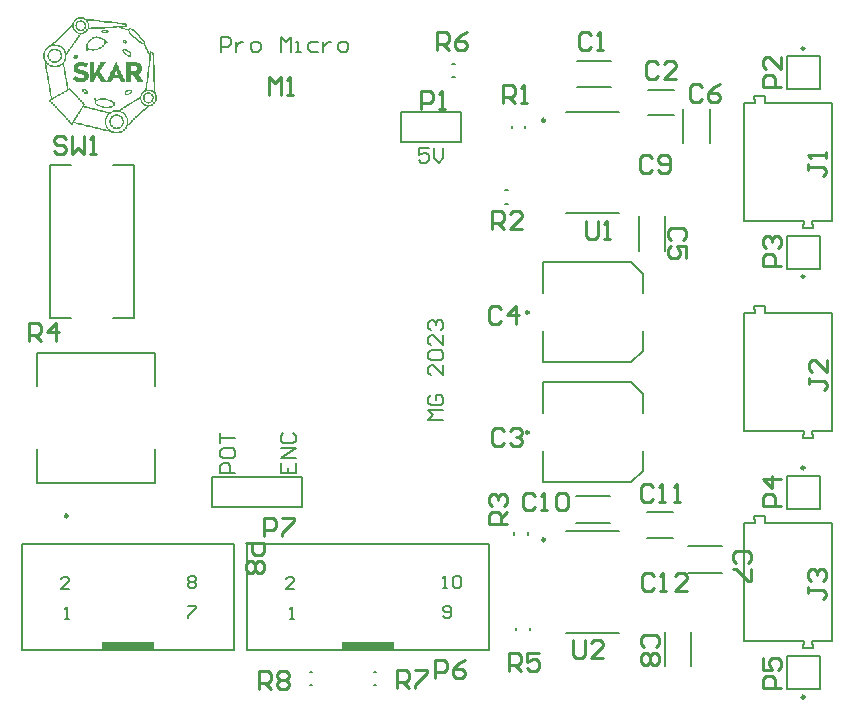
<source format=gbr>
%TF.GenerationSoftware,Altium Limited,Altium Designer,23.9.2 (47)*%
G04 Layer_Color=65535*
%FSLAX45Y45*%
%MOMM*%
%TF.SameCoordinates,FB2876E6-207A-4176-94B4-128B36F1A8A2*%
%TF.FilePolarity,Positive*%
%TF.FileFunction,Legend,Top*%
%TF.Part,Single*%
G01*
G75*
%TA.AperFunction,NonConductor*%
%ADD35C,0.25000*%
%ADD36C,0.20000*%
%ADD37C,0.15240*%
%ADD38C,0.25400*%
%ADD39R,4.49997X0.80000*%
%ADD40R,4.50002X0.80000*%
G36*
X11309113Y8334911D02*
X11320473D01*
Y8329231D01*
X11348876D01*
Y8323550D01*
X11400000D01*
Y8317870D01*
X11445444D01*
Y8312189D01*
X11496568D01*
Y8306509D01*
X11547692D01*
Y8300828D01*
X11598817D01*
Y8295148D01*
X11644260D01*
Y8289468D01*
X11666983D01*
Y8283787D01*
X11672663D01*
Y8266745D01*
X11678343D01*
Y8261065D01*
X11672663D01*
Y8255385D01*
X11644260D01*
Y8249704D01*
X11655622D01*
Y8244024D01*
X11695385D01*
Y8249704D01*
X11712426D01*
Y8244024D01*
X11723787D01*
Y8238343D01*
X11735148D01*
Y8232663D01*
X11740829D01*
Y8226982D01*
X11746509D01*
Y8221302D01*
X11752190D01*
Y8215621D01*
X11757870D01*
Y8209941D01*
X11763551D01*
Y8204260D01*
X11769231D01*
Y8198580D01*
X11774911D01*
Y8192899D01*
X11780592D01*
Y8187219D01*
X11786272D01*
Y8175858D01*
X11791953D01*
Y8170177D01*
X11797633D01*
Y8164497D01*
X11803314D01*
Y8158817D01*
X11808994D01*
Y8153136D01*
X11814675D01*
Y8147456D01*
X11820355D01*
Y8141775D01*
X11826036D01*
Y8130414D01*
X11831716D01*
Y8102012D01*
X11837397D01*
Y8084970D01*
X11843077D01*
Y8079290D01*
X11848758D01*
Y8067929D01*
X11854438D01*
Y8056568D01*
X11860119D01*
Y8045207D01*
X11865799D01*
Y8033846D01*
X11871479D01*
Y8050888D01*
X11882840D01*
Y8045207D01*
X11894202D01*
Y8039527D01*
X11899882D01*
Y8033846D01*
X11905562D01*
Y7931598D01*
X11911243D01*
Y7817988D01*
X11916923D01*
Y7704379D01*
X11922604D01*
Y7681657D01*
X11928284D01*
Y7630532D01*
X11922604D01*
Y7619171D01*
X11916923D01*
Y7613491D01*
X11911243D01*
Y7607811D01*
X11905562D01*
Y7602130D01*
X11899882D01*
Y7596450D01*
X11894202D01*
Y7590769D01*
X11882840D01*
Y7585089D01*
X11860119D01*
Y7579408D01*
X11854438D01*
Y7573728D01*
X11848758D01*
Y7568047D01*
X11843077D01*
Y7562367D01*
X11837397D01*
Y7556686D01*
X11831716D01*
Y7551006D01*
X11826036D01*
Y7545325D01*
X11814675D01*
Y7539645D01*
X11808994D01*
Y7533964D01*
X11803314D01*
Y7528284D01*
X11797633D01*
Y7522603D01*
X11791953D01*
Y7516923D01*
X11786272D01*
Y7511243D01*
X11780592D01*
Y7505562D01*
X11774911D01*
Y7499882D01*
X11769231D01*
Y7494201D01*
X11763551D01*
Y7488521D01*
X11752190D01*
Y7482840D01*
X11746509D01*
Y7477160D01*
X11740829D01*
Y7471479D01*
X11735148D01*
Y7465799D01*
X11729468D01*
Y7460118D01*
X11723787D01*
Y7454438D01*
X11718107D01*
Y7448757D01*
X11712426D01*
Y7443077D01*
X11706746D01*
Y7437396D01*
X11701065D01*
Y7431716D01*
X11695385D01*
Y7426035D01*
X11684024D01*
Y7420355D01*
X11678343D01*
Y7408994D01*
X11672663D01*
Y7397633D01*
X11666983D01*
Y7391952D01*
X11661302D01*
Y7386272D01*
X11655622D01*
Y7380592D01*
X11649941D01*
Y7374911D01*
X11644260D01*
Y7369231D01*
X11632900D01*
Y7363550D01*
X11615858D01*
Y7357870D01*
X11559053D01*
Y7363550D01*
X11542012D01*
Y7369231D01*
X11524971D01*
Y7374911D01*
X11496568D01*
Y7380592D01*
X11473846D01*
Y7386272D01*
X11451124D01*
Y7391952D01*
X11428403D01*
Y7397633D01*
X11405681D01*
Y7403314D01*
X11382959D01*
Y7408994D01*
X11360237D01*
Y7414675D01*
X11331835D01*
Y7420355D01*
X11309113D01*
Y7426035D01*
X11286391D01*
Y7431716D01*
X11263669D01*
Y7437396D01*
X11240947D01*
Y7443077D01*
X11218225D01*
Y7431716D01*
X11212545D01*
Y7426035D01*
X11206864D01*
Y7431716D01*
X11201184D01*
Y7437396D01*
X11195503D01*
Y7443077D01*
X11189823D01*
Y7448757D01*
X11184142D01*
Y7454438D01*
X11178462D01*
Y7460118D01*
X11172781D01*
Y7465799D01*
X11167101D01*
Y7471479D01*
X11161420D01*
Y7482840D01*
X11155740D01*
Y7488521D01*
X11150059D01*
Y7494201D01*
X11144379D01*
Y7499882D01*
X11138698D01*
Y7505562D01*
X11133018D01*
Y7511243D01*
X11127337D01*
Y7516923D01*
X11121657D01*
Y7522603D01*
X11115976D01*
Y7528284D01*
X11110296D01*
Y7533964D01*
X11104616D01*
Y7539645D01*
X11098935D01*
Y7545325D01*
X11093255D01*
Y7551006D01*
X11087574D01*
Y7556686D01*
X11081894D01*
Y7568047D01*
X11076213D01*
Y7573728D01*
X11070533D01*
Y7579408D01*
X11064852D01*
Y7585089D01*
X11059172D01*
Y7590769D01*
X11053491D01*
Y7596450D01*
X11047811D01*
Y7602130D01*
X11042130D01*
Y7607811D01*
X11036450D01*
Y7613491D01*
X11030769D01*
Y7619171D01*
X11025089D01*
Y7624852D01*
X11019408D01*
Y7630532D01*
X11013728D01*
Y7641894D01*
X11025089D01*
Y7647574D01*
X11030769D01*
Y7675976D01*
X11025089D01*
Y7704379D01*
X11019408D01*
Y7738462D01*
X11013728D01*
Y7772544D01*
X11008047D01*
Y7806627D01*
X11002367D01*
Y7835030D01*
X10996686D01*
Y7869112D01*
X10991006D01*
Y7903195D01*
X10985326D01*
Y7931598D01*
X10979645D01*
Y7965681D01*
X10973965D01*
Y7988402D01*
X10968284D01*
Y8039527D01*
X10973965D01*
Y8056568D01*
X10979645D01*
Y8062249D01*
X10985326D01*
Y8073609D01*
X10991006D01*
Y8079290D01*
X10996686D01*
Y8084970D01*
X11002367D01*
Y8090651D01*
X11008047D01*
Y8096331D01*
X11019408D01*
Y8102012D01*
X11030769D01*
Y8107692D01*
X11036450D01*
Y8113373D01*
X11042130D01*
Y8119053D01*
X11047811D01*
Y8124734D01*
X11053491D01*
Y8130414D01*
X11064852D01*
Y8136095D01*
X11070533D01*
Y8141775D01*
X11076213D01*
Y8147456D01*
X11081894D01*
Y8153136D01*
X11087574D01*
Y8158817D01*
X11093255D01*
Y8164497D01*
X11098935D01*
Y8170177D01*
X11104616D01*
Y8175858D01*
X11110296D01*
Y8181538D01*
X11115976D01*
Y8187219D01*
X11121657D01*
Y8192899D01*
X11127337D01*
Y8198580D01*
X11133018D01*
Y8204260D01*
X11138698D01*
Y8209941D01*
X11144379D01*
Y8215621D01*
X11150059D01*
Y8221302D01*
X11155740D01*
Y8226982D01*
X11161420D01*
Y8232663D01*
X11167101D01*
Y8238343D01*
X11172781D01*
Y8244024D01*
X11178462D01*
Y8249704D01*
X11184142D01*
Y8255385D01*
X11189823D01*
Y8261065D01*
X11195503D01*
Y8266745D01*
X11201184D01*
Y8272426D01*
X11212545D01*
Y8289468D01*
X11218225D01*
Y8300828D01*
X11223905D01*
Y8312189D01*
X11229586D01*
Y8317870D01*
X11235266D01*
Y8323550D01*
X11240947D01*
Y8329231D01*
X11246627D01*
Y8334911D01*
X11263669D01*
Y8340592D01*
X11309113D01*
Y8334911D01*
D02*
G37*
%LPC*%
G36*
X11388639Y8312189D02*
X11343196D01*
Y8306509D01*
X11348876D01*
Y8295148D01*
X11354556D01*
Y8249704D01*
X11371598D01*
Y8255385D01*
X11468166D01*
Y8261065D01*
X11559053D01*
Y8266745D01*
X11655622D01*
Y8272426D01*
X11661302D01*
Y8278107D01*
X11632900D01*
Y8283787D01*
X11587456D01*
Y8289468D01*
X11536332D01*
Y8295148D01*
X11485207D01*
Y8300828D01*
X11439764D01*
Y8306509D01*
X11388639D01*
Y8312189D01*
D02*
G37*
G36*
X11303432Y8329231D02*
X11263669D01*
Y8323550D01*
X11252308D01*
Y8317870D01*
X11246627D01*
Y8312189D01*
X11240947D01*
Y8306509D01*
X11235266D01*
Y8300828D01*
X11229586D01*
Y8283787D01*
X11223905D01*
Y8249704D01*
X11229586D01*
Y8238343D01*
X11235266D01*
Y8232663D01*
X11240947D01*
Y8226982D01*
X11246627D01*
Y8221302D01*
X11252308D01*
Y8215621D01*
X11263669D01*
Y8209941D01*
X11303432D01*
Y8215621D01*
X11314793D01*
Y8221302D01*
X11326154D01*
Y8226982D01*
X11331835D01*
Y8238343D01*
X11337515D01*
Y8244024D01*
X11343196D01*
Y8289468D01*
X11337515D01*
Y8300828D01*
X11331835D01*
Y8312189D01*
X11326154D01*
Y8317870D01*
X11314793D01*
Y8323550D01*
X11303432D01*
Y8329231D01*
D02*
G37*
G36*
X11706746Y8238343D02*
X11701065D01*
Y8232663D01*
X11695385D01*
Y8226982D01*
X11701065D01*
Y8209941D01*
X11706746D01*
Y8204260D01*
X11712426D01*
Y8198580D01*
X11718107D01*
Y8192899D01*
X11723787D01*
Y8187219D01*
X11729468D01*
Y8181538D01*
X11735148D01*
Y8175858D01*
X11740829D01*
Y8170177D01*
X11752190D01*
Y8164497D01*
X11757870D01*
Y8158817D01*
X11763551D01*
Y8153136D01*
X11769231D01*
Y8147456D01*
X11774911D01*
Y8141775D01*
X11780592D01*
Y8136095D01*
X11791953D01*
Y8130414D01*
X11803314D01*
Y8124734D01*
X11820355D01*
Y8130414D01*
X11814675D01*
Y8136095D01*
X11808994D01*
Y8141775D01*
X11803314D01*
Y8147456D01*
X11797633D01*
Y8153136D01*
X11791953D01*
Y8158817D01*
X11786272D01*
Y8164497D01*
X11780592D01*
Y8175858D01*
X11774911D01*
Y8181538D01*
X11769231D01*
Y8187219D01*
X11763551D01*
Y8192899D01*
X11757870D01*
Y8198580D01*
X11752190D01*
Y8204260D01*
X11746509D01*
Y8209941D01*
X11740829D01*
Y8215621D01*
X11735148D01*
Y8221302D01*
X11729468D01*
Y8226982D01*
X11718107D01*
Y8232663D01*
X11706746D01*
Y8238343D01*
D02*
G37*
G36*
X11212545Y8261065D02*
X11206864D01*
Y8255385D01*
X11201184D01*
Y8249704D01*
X11195503D01*
Y8244024D01*
X11189823D01*
Y8238343D01*
X11184142D01*
Y8232663D01*
X11178462D01*
Y8226982D01*
X11172781D01*
Y8221302D01*
X11167101D01*
Y8215621D01*
X11161420D01*
Y8209941D01*
X11155740D01*
Y8204260D01*
X11150059D01*
Y8198580D01*
X11144379D01*
Y8192899D01*
X11138698D01*
Y8187219D01*
X11133018D01*
Y8181538D01*
X11127337D01*
Y8175858D01*
X11121657D01*
Y8170177D01*
X11115976D01*
Y8164497D01*
X11110296D01*
Y8158817D01*
X11104616D01*
Y8153136D01*
X11098935D01*
Y8147456D01*
X11093255D01*
Y8141775D01*
X11087574D01*
Y8136095D01*
X11081894D01*
Y8130414D01*
X11076213D01*
Y8124734D01*
X11070533D01*
Y8119053D01*
X11059172D01*
Y8113373D01*
X11070533D01*
Y8107692D01*
X11098935D01*
Y8102012D01*
X11110296D01*
Y8096331D01*
X11121657D01*
Y8090651D01*
X11127337D01*
Y8084970D01*
X11133018D01*
Y8079290D01*
X11138698D01*
Y8073609D01*
X11144379D01*
Y8067929D01*
X11150059D01*
Y8056568D01*
X11155740D01*
Y8039527D01*
X11167101D01*
Y8050888D01*
X11172781D01*
Y8056568D01*
X11178462D01*
Y8067929D01*
X11184142D01*
Y8073609D01*
X11189823D01*
Y8079290D01*
X11195503D01*
Y8090651D01*
X11201184D01*
Y8096331D01*
X11206864D01*
Y8107692D01*
X11212545D01*
Y8113373D01*
X11218225D01*
Y8124734D01*
X11223905D01*
Y8130414D01*
X11229586D01*
Y8136095D01*
X11235266D01*
Y8147456D01*
X11240947D01*
Y8153136D01*
X11246627D01*
Y8164497D01*
X11252308D01*
Y8170177D01*
X11257988D01*
Y8175858D01*
X11263669D01*
Y8187219D01*
X11269349D01*
Y8192899D01*
X11275030D01*
Y8198580D01*
X11257988D01*
Y8204260D01*
X11246627D01*
Y8209941D01*
X11240947D01*
Y8215621D01*
X11235266D01*
Y8221302D01*
X11229586D01*
Y8226982D01*
X11223905D01*
Y8232663D01*
X11218225D01*
Y8249704D01*
X11212545D01*
Y8261065D01*
D02*
G37*
G36*
X11093255Y8096331D02*
X11036450D01*
Y8090651D01*
X11025089D01*
Y8084970D01*
X11013728D01*
Y8079290D01*
X11008047D01*
Y8073609D01*
X11002367D01*
Y8067929D01*
X10996686D01*
Y8062249D01*
X10991006D01*
Y8050888D01*
X10985326D01*
Y8033846D01*
X10979645D01*
Y7988402D01*
X10985326D01*
Y7977041D01*
X10991006D01*
Y7965681D01*
X10996686D01*
Y7954319D01*
X11002367D01*
Y7948639D01*
X11013728D01*
Y7942958D01*
X11019408D01*
Y7937278D01*
X11030769D01*
Y7931598D01*
X11047811D01*
Y7925917D01*
X11081894D01*
Y7931598D01*
X11098935D01*
Y7937278D01*
X11110296D01*
Y7942958D01*
X11121657D01*
Y7948639D01*
X11127337D01*
Y7954319D01*
X11133018D01*
Y7960000D01*
X11138698D01*
Y7971361D01*
X11144379D01*
Y7988402D01*
X11150059D01*
Y8039527D01*
X11144379D01*
Y8050888D01*
X11138698D01*
Y8062249D01*
X11133018D01*
Y8067929D01*
X11127337D01*
Y8073609D01*
X11121657D01*
Y8079290D01*
X11115976D01*
Y8084970D01*
X11104616D01*
Y8090651D01*
X11093255D01*
Y8096331D01*
D02*
G37*
G36*
X11888521Y8033846D02*
X11882840D01*
Y8011124D01*
X11877160D01*
Y7965681D01*
X11871479D01*
Y7920237D01*
X11865799D01*
Y7874793D01*
X11860119D01*
Y7829349D01*
X11854438D01*
Y7783905D01*
X11848758D01*
Y7738462D01*
X11843077D01*
Y7727101D01*
X11882840D01*
Y7721420D01*
X11894202D01*
Y7715739D01*
X11905562D01*
Y7795266D01*
X11899882D01*
Y7908876D01*
X11894202D01*
Y7931598D01*
Y7937278D01*
Y8022485D01*
X11888521D01*
Y8033846D01*
D02*
G37*
G36*
X11002367Y7942958D02*
X10991006D01*
Y7937278D01*
X10996686D01*
Y7931598D01*
Y7925917D01*
Y7908876D01*
X11002367D01*
Y7874793D01*
X11008047D01*
Y7840710D01*
X11013728D01*
Y7806627D01*
X11019408D01*
Y7778225D01*
X11025089D01*
Y7744142D01*
X11030769D01*
Y7710059D01*
X11036450D01*
Y7675976D01*
X11042130D01*
Y7658935D01*
X11053491D01*
Y7664615D01*
X11064852D01*
Y7670296D01*
X11076213D01*
Y7675976D01*
X11081894D01*
Y7681657D01*
X11093255D01*
Y7687337D01*
X11104616D01*
Y7693018D01*
X11115976D01*
Y7698698D01*
X11121657D01*
Y7704379D01*
X11133018D01*
Y7710059D01*
X11144379D01*
Y7715739D01*
X11155740D01*
Y7721420D01*
X11161420D01*
Y7727101D01*
X11167101D01*
Y7755503D01*
X11161420D01*
Y7783905D01*
X11155740D01*
Y7817988D01*
X11150059D01*
Y7852071D01*
X11144379D01*
Y7880473D01*
X11138698D01*
Y7914556D01*
X11133018D01*
Y7937278D01*
X11127337D01*
Y7931598D01*
X11115976D01*
Y7925917D01*
X11104616D01*
Y7920237D01*
X11087574D01*
Y7914556D01*
X11042130D01*
Y7920237D01*
X11025089D01*
Y7925917D01*
X11013728D01*
Y7931598D01*
X11008047D01*
Y7937278D01*
X11002367D01*
Y7942958D01*
D02*
G37*
G36*
X11877160Y7715739D02*
X11837397D01*
Y7710059D01*
X11826036D01*
Y7704379D01*
X11820355D01*
Y7698698D01*
X11814675D01*
Y7693018D01*
X11808994D01*
Y7687337D01*
X11803314D01*
Y7675976D01*
X11797633D01*
Y7641894D01*
X11803314D01*
Y7624852D01*
X11808994D01*
Y7619171D01*
X11814675D01*
Y7613491D01*
X11820355D01*
Y7607811D01*
X11826036D01*
Y7602130D01*
X11837397D01*
Y7596450D01*
X11877160D01*
Y7602130D01*
X11888521D01*
Y7607811D01*
X11894202D01*
Y7613491D01*
X11899882D01*
Y7619171D01*
X11905562D01*
Y7624852D01*
X11911243D01*
Y7636213D01*
X11916923D01*
Y7675976D01*
X11911243D01*
Y7687337D01*
X11905562D01*
Y7698698D01*
X11899882D01*
Y7704379D01*
X11888521D01*
Y7710059D01*
X11877160D01*
Y7715739D01*
D02*
G37*
G36*
X11610178Y8255385D02*
X11587456D01*
Y8249704D01*
X11490888D01*
Y8244024D01*
X11394320D01*
Y8238343D01*
X11348876D01*
Y8232663D01*
X11343196D01*
Y8221302D01*
X11337515D01*
Y8215621D01*
X11331835D01*
Y8209941D01*
X11320473D01*
Y8204260D01*
X11309113D01*
Y8198580D01*
X11286391D01*
Y8187219D01*
X11280710D01*
Y8181538D01*
X11275030D01*
Y8170177D01*
X11269349D01*
Y8164497D01*
X11263669D01*
Y8158817D01*
X11257988D01*
Y8147456D01*
X11252308D01*
Y8141775D01*
X11246627D01*
Y8130414D01*
X11240947D01*
Y8124734D01*
X11235266D01*
Y8119053D01*
X11229586D01*
Y8107692D01*
X11223905D01*
Y8102012D01*
X11218225D01*
Y8090651D01*
X11212545D01*
Y8084970D01*
X11206864D01*
Y8079290D01*
X11201184D01*
Y8067929D01*
X11195503D01*
Y8062249D01*
X11189823D01*
Y8050888D01*
X11184142D01*
Y8045207D01*
X11178462D01*
Y8039527D01*
X11172781D01*
Y8028166D01*
X11167101D01*
Y8022485D01*
X11161420D01*
Y7982722D01*
X11155740D01*
Y7965681D01*
X11150059D01*
Y7960000D01*
X11144379D01*
Y7920237D01*
X11150059D01*
Y7886154D01*
X11155740D01*
Y7852071D01*
X11161420D01*
Y7823669D01*
X11167101D01*
Y7789586D01*
X11172781D01*
Y7761183D01*
X11178462D01*
Y7732781D01*
X11184142D01*
Y7738462D01*
X11195503D01*
Y7732781D01*
X11201184D01*
Y7727101D01*
X11206864D01*
Y7721420D01*
X11212545D01*
Y7715739D01*
X11218225D01*
Y7710059D01*
X11223905D01*
Y7704379D01*
X11229586D01*
Y7698698D01*
X11235266D01*
Y7693018D01*
X11240947D01*
Y7687337D01*
X11246627D01*
Y7681657D01*
X11252308D01*
Y7675976D01*
X11257988D01*
Y7670296D01*
X11263669D01*
Y7658935D01*
X11269349D01*
Y7653254D01*
X11275030D01*
Y7647574D01*
X11280710D01*
Y7641894D01*
X11286391D01*
Y7636213D01*
X11292071D01*
Y7630532D01*
X11297752D01*
Y7624852D01*
X11303432D01*
Y7619171D01*
X11309113D01*
Y7613491D01*
X11314793D01*
Y7607811D01*
X11320473D01*
Y7596450D01*
X11314793D01*
Y7585089D01*
X11337515D01*
Y7579408D01*
X11360237D01*
Y7573728D01*
X11382959D01*
Y7568047D01*
X11405681D01*
Y7562367D01*
X11428403D01*
Y7556686D01*
X11451124D01*
Y7551006D01*
X11473846D01*
Y7545325D01*
X11496568D01*
Y7539645D01*
X11519290D01*
Y7533964D01*
X11536332D01*
Y7539645D01*
X11547692D01*
Y7545325D01*
X11559053D01*
Y7551006D01*
X11604497D01*
Y7556686D01*
X11615858D01*
Y7562367D01*
X11621539D01*
Y7568047D01*
X11632900D01*
Y7573728D01*
X11644260D01*
Y7579408D01*
X11649941D01*
Y7585089D01*
X11661302D01*
Y7590769D01*
X11666983D01*
Y7596450D01*
X11678343D01*
Y7602130D01*
X11689704D01*
Y7607811D01*
X11695385D01*
Y7613491D01*
X11706746D01*
Y7619171D01*
X11718107D01*
Y7624852D01*
X11723787D01*
Y7630532D01*
X11735148D01*
Y7636213D01*
X11740829D01*
Y7641894D01*
X11752190D01*
Y7647574D01*
X11763551D01*
Y7653254D01*
X11769231D01*
Y7658935D01*
X11780592D01*
Y7664615D01*
X11786272D01*
Y7675976D01*
X11791953D01*
Y7693018D01*
X11797633D01*
Y7698698D01*
X11803314D01*
Y7710059D01*
X11814675D01*
Y7715739D01*
X11820355D01*
Y7721420D01*
X11831716D01*
Y7744142D01*
X11837397D01*
Y7789586D01*
X11843077D01*
Y7835030D01*
X11848758D01*
Y7880473D01*
X11854438D01*
Y7925917D01*
X11860119D01*
Y7971361D01*
X11865799D01*
Y8016805D01*
X11860119D01*
Y8028166D01*
X11854438D01*
Y8039527D01*
X11848758D01*
Y8056568D01*
X11843077D01*
Y8062249D01*
X11837397D01*
Y8073609D01*
X11831716D01*
Y8084970D01*
X11826036D01*
Y8096331D01*
X11820355D01*
Y8113373D01*
X11797633D01*
Y8119053D01*
X11786272D01*
Y8124734D01*
X11774911D01*
Y8130414D01*
X11769231D01*
Y8136095D01*
X11763551D01*
Y8141775D01*
X11757870D01*
Y8147456D01*
X11752190D01*
Y8153136D01*
X11746509D01*
Y8158817D01*
X11740829D01*
Y8164497D01*
X11729468D01*
Y8170177D01*
X11723787D01*
Y8175858D01*
X11718107D01*
Y8181538D01*
X11712426D01*
Y8187219D01*
X11706746D01*
Y8192899D01*
X11701065D01*
Y8198580D01*
X11695385D01*
Y8209941D01*
X11689704D01*
Y8221302D01*
X11684024D01*
Y8232663D01*
X11655622D01*
Y8238343D01*
X11638580D01*
Y8244024D01*
X11627219D01*
Y8249704D01*
X11610178D01*
Y8255385D01*
D02*
G37*
G36*
X11189823Y7727101D02*
X11184142D01*
Y7721420D01*
X11178462D01*
Y7715739D01*
X11167101D01*
Y7710059D01*
X11155740D01*
Y7704379D01*
X11144379D01*
Y7698698D01*
X11138698D01*
Y7693018D01*
X11127337D01*
Y7687337D01*
X11115976D01*
Y7681657D01*
X11110296D01*
Y7675976D01*
X11098935D01*
Y7670296D01*
X11087574D01*
Y7664615D01*
X11076213D01*
Y7658935D01*
X11070533D01*
Y7653254D01*
X11059172D01*
Y7647574D01*
X11047811D01*
Y7641894D01*
X11036450D01*
Y7636213D01*
X11030769D01*
Y7630532D01*
X11036450D01*
Y7624852D01*
X11042130D01*
Y7619171D01*
X11047811D01*
Y7613491D01*
X11053491D01*
Y7607811D01*
X11059172D01*
Y7602130D01*
X11064852D01*
Y7596450D01*
X11070533D01*
Y7590769D01*
X11076213D01*
Y7585089D01*
X11081894D01*
Y7579408D01*
X11087574D01*
Y7573728D01*
X11093255D01*
Y7562367D01*
X11098935D01*
Y7556686D01*
X11104616D01*
Y7551006D01*
X11110296D01*
Y7545325D01*
X11115976D01*
Y7539645D01*
X11121657D01*
Y7533964D01*
X11127337D01*
Y7528284D01*
X11133018D01*
Y7522603D01*
X11138698D01*
Y7516923D01*
X11144379D01*
Y7511243D01*
X11150059D01*
Y7505562D01*
X11155740D01*
Y7499882D01*
X11161420D01*
Y7488521D01*
X11167101D01*
Y7482840D01*
X11172781D01*
Y7477160D01*
X11178462D01*
Y7471479D01*
X11184142D01*
Y7465799D01*
X11189823D01*
Y7460118D01*
X11195503D01*
Y7454438D01*
X11201184D01*
Y7448757D01*
X11206864D01*
Y7443077D01*
X11212545D01*
Y7454438D01*
X11218225D01*
Y7465799D01*
X11223905D01*
Y7471479D01*
X11229586D01*
Y7482840D01*
X11235266D01*
Y7494201D01*
X11240947D01*
Y7499882D01*
X11246627D01*
Y7511243D01*
X11252308D01*
Y7516923D01*
X11257988D01*
Y7528284D01*
X11263669D01*
Y7539645D01*
X11269349D01*
Y7545325D01*
X11275030D01*
Y7556686D01*
X11280710D01*
Y7562367D01*
X11286391D01*
Y7573728D01*
X11292071D01*
Y7585089D01*
X11297752D01*
Y7590769D01*
X11303432D01*
Y7607811D01*
X11297752D01*
Y7613491D01*
X11292071D01*
Y7619171D01*
X11286391D01*
Y7624852D01*
X11280710D01*
Y7630532D01*
X11275030D01*
Y7636213D01*
X11269349D01*
Y7641894D01*
X11263669D01*
Y7647574D01*
X11257988D01*
Y7658935D01*
X11252308D01*
Y7664615D01*
X11246627D01*
Y7670296D01*
X11240947D01*
Y7675976D01*
X11235266D01*
Y7681657D01*
X11229586D01*
Y7687337D01*
X11223905D01*
Y7693018D01*
X11218225D01*
Y7698698D01*
X11212545D01*
Y7704379D01*
X11206864D01*
Y7710059D01*
X11201184D01*
Y7715739D01*
X11195503D01*
Y7721420D01*
X11189823D01*
Y7727101D01*
D02*
G37*
G36*
X11786272Y7647574D02*
X11774911D01*
Y7641894D01*
X11763551D01*
Y7636213D01*
X11757870D01*
Y7630532D01*
X11746509D01*
Y7624852D01*
X11740829D01*
Y7619171D01*
X11729468D01*
Y7613491D01*
X11718107D01*
Y7607811D01*
X11712426D01*
Y7602130D01*
X11701065D01*
Y7596450D01*
X11689704D01*
Y7590769D01*
X11684024D01*
Y7585089D01*
X11672663D01*
Y7579408D01*
X11666983D01*
Y7573728D01*
X11655622D01*
Y7568047D01*
X11644260D01*
Y7562367D01*
X11638580D01*
Y7556686D01*
X11627219D01*
Y7551006D01*
X11621539D01*
Y7545325D01*
X11627219D01*
Y7539645D01*
X11638580D01*
Y7533964D01*
X11649941D01*
Y7528284D01*
X11655622D01*
Y7522603D01*
X11661302D01*
Y7516923D01*
X11666983D01*
Y7505562D01*
X11672663D01*
Y7499882D01*
X11678343D01*
Y7482840D01*
X11684024D01*
Y7437396D01*
X11689704D01*
Y7443077D01*
X11695385D01*
Y7448757D01*
X11701065D01*
Y7454438D01*
X11706746D01*
Y7460118D01*
X11712426D01*
Y7465799D01*
X11718107D01*
Y7471479D01*
X11723787D01*
Y7477160D01*
X11729468D01*
Y7482840D01*
X11735148D01*
Y7488521D01*
X11740829D01*
Y7494201D01*
X11746509D01*
Y7499882D01*
X11757870D01*
Y7505562D01*
X11763551D01*
Y7511243D01*
X11769231D01*
Y7516923D01*
X11774911D01*
Y7522603D01*
X11780592D01*
Y7528284D01*
X11786272D01*
Y7533964D01*
X11791953D01*
Y7539645D01*
X11797633D01*
Y7545325D01*
X11803314D01*
Y7551006D01*
X11808994D01*
Y7556686D01*
X11814675D01*
Y7562367D01*
X11826036D01*
Y7568047D01*
X11831716D01*
Y7573728D01*
X11837397D01*
Y7579408D01*
X11843077D01*
Y7585089D01*
X11837397D01*
Y7590769D01*
X11820355D01*
Y7596450D01*
X11814675D01*
Y7602130D01*
X11808994D01*
Y7607811D01*
X11803314D01*
Y7613491D01*
X11797633D01*
Y7624852D01*
X11791953D01*
Y7636213D01*
X11786272D01*
Y7647574D01*
D02*
G37*
G36*
X11309113Y7579408D02*
X11303432D01*
Y7568047D01*
X11297752D01*
Y7562367D01*
X11292071D01*
Y7551006D01*
X11286391D01*
Y7539645D01*
X11280710D01*
Y7533964D01*
X11275030D01*
Y7522603D01*
X11269349D01*
Y7516923D01*
X11263669D01*
Y7505562D01*
X11257988D01*
Y7494201D01*
X11252308D01*
Y7488521D01*
X11246627D01*
Y7477160D01*
X11240947D01*
Y7471479D01*
X11235266D01*
Y7460118D01*
X11229586D01*
Y7454438D01*
X11246627D01*
Y7448757D01*
X11269349D01*
Y7443077D01*
X11292071D01*
Y7437396D01*
X11314793D01*
Y7431716D01*
X11337515D01*
Y7426035D01*
X11365917D01*
Y7420355D01*
X11388639D01*
Y7414675D01*
X11411361D01*
Y7408994D01*
X11434083D01*
Y7403314D01*
X11456805D01*
Y7397633D01*
X11479527D01*
Y7391952D01*
X11502249D01*
Y7386272D01*
X11513610D01*
Y7391952D01*
X11507929D01*
Y7403314D01*
X11502249D01*
Y7414675D01*
X11496568D01*
Y7426035D01*
X11490888D01*
Y7482840D01*
X11496568D01*
Y7494201D01*
X11502249D01*
Y7505562D01*
X11507929D01*
Y7516923D01*
X11513610D01*
Y7528284D01*
X11490888D01*
Y7533964D01*
X11468166D01*
Y7539645D01*
X11445444D01*
Y7545325D01*
X11422722D01*
Y7551006D01*
X11400000D01*
Y7556686D01*
X11377278D01*
Y7562367D01*
X11354556D01*
Y7568047D01*
X11331835D01*
Y7573728D01*
X11309113D01*
Y7579408D01*
D02*
G37*
G36*
X11610178Y7539645D02*
X11564734D01*
Y7533964D01*
X11547692D01*
Y7528284D01*
X11542012D01*
Y7522603D01*
X11530651D01*
Y7516923D01*
X11524971D01*
Y7511243D01*
X11519290D01*
Y7499882D01*
X11513610D01*
Y7494201D01*
X11507929D01*
Y7477160D01*
X11502249D01*
Y7431716D01*
X11507929D01*
Y7414675D01*
X11513610D01*
Y7408994D01*
X11519290D01*
Y7397633D01*
X11524971D01*
Y7391952D01*
X11530651D01*
Y7386272D01*
X11542012D01*
Y7380592D01*
X11547692D01*
Y7374911D01*
X11564734D01*
Y7369231D01*
X11610178D01*
Y7374911D01*
X11627219D01*
Y7380592D01*
X11638580D01*
Y7386272D01*
X11644260D01*
Y7391952D01*
X11649941D01*
Y7397633D01*
X11655622D01*
Y7403314D01*
X11661302D01*
Y7414675D01*
X11666983D01*
Y7426035D01*
X11672663D01*
Y7482840D01*
X11666983D01*
Y7494201D01*
X11661302D01*
Y7505562D01*
X11655622D01*
Y7511243D01*
X11649941D01*
Y7516923D01*
X11644260D01*
Y7522603D01*
X11638580D01*
Y7528284D01*
X11627219D01*
Y7533964D01*
X11610178D01*
Y7539645D01*
D02*
G37*
%LPD*%
G36*
X11292071Y8312189D02*
X11309113D01*
Y8306509D01*
X11314793D01*
Y8300828D01*
X11320473D01*
Y8295148D01*
X11326154D01*
Y8283787D01*
X11331835D01*
Y8255385D01*
X11326154D01*
Y8244024D01*
X11320473D01*
Y8238343D01*
X11314793D01*
Y8232663D01*
X11309113D01*
Y8226982D01*
X11297752D01*
Y8221302D01*
X11275030D01*
Y8226982D01*
X11257988D01*
Y8232663D01*
X11252308D01*
Y8238343D01*
X11246627D01*
Y8249704D01*
X11240947D01*
Y8266745D01*
X11235266D01*
Y8272426D01*
X11240947D01*
Y8289468D01*
X11246627D01*
Y8300828D01*
X11252308D01*
Y8306509D01*
X11263669D01*
Y8312189D01*
X11280710D01*
Y8317870D01*
X11292071D01*
Y8312189D01*
D02*
G37*
%LPC*%
G36*
X11303432Y8300828D02*
X11263669D01*
Y8295148D01*
X11257988D01*
Y8289468D01*
X11252308D01*
Y8283787D01*
Y8278107D01*
Y8249704D01*
X11257988D01*
Y8244024D01*
X11263669D01*
Y8238343D01*
X11280710D01*
Y8232663D01*
X11292071D01*
Y8238343D01*
X11303432D01*
Y8244024D01*
X11309113D01*
Y8249704D01*
X11314793D01*
Y8261065D01*
X11320473D01*
Y8278107D01*
X11314793D01*
Y8289468D01*
X11309113D01*
Y8295148D01*
X11303432D01*
Y8300828D01*
D02*
G37*
%LPD*%
G36*
X11081894Y8067929D02*
X11093255D01*
Y8062249D01*
X11104616D01*
Y8056568D01*
X11110296D01*
Y8050888D01*
X11115976D01*
Y8039527D01*
X11121657D01*
Y8028166D01*
X11127337D01*
Y7999763D01*
X11121657D01*
Y7982722D01*
X11115976D01*
Y7977041D01*
X11110296D01*
Y7965681D01*
X11098935D01*
Y7960000D01*
X11087574D01*
Y7954319D01*
X11064852D01*
Y7948639D01*
X11059172D01*
Y7954319D01*
X11042130D01*
Y7960000D01*
X11030769D01*
Y7965681D01*
X11025089D01*
Y7971361D01*
X11019408D01*
Y7977041D01*
X11013728D01*
Y7988402D01*
X11008047D01*
Y8005444D01*
X11002367D01*
Y8022485D01*
X11008047D01*
Y8039527D01*
X11013728D01*
Y8045207D01*
X11019408D01*
Y8056568D01*
X11025089D01*
Y8062249D01*
X11036450D01*
Y8067929D01*
X11047811D01*
Y8073609D01*
X11081894D01*
Y8067929D01*
D02*
G37*
%LPC*%
G36*
X11076213Y8062249D02*
X11053491D01*
Y8056568D01*
X11042130D01*
Y8050888D01*
X11030769D01*
Y8045207D01*
X11025089D01*
Y8033846D01*
X11019408D01*
Y7988402D01*
X11025089D01*
Y7982722D01*
X11030769D01*
Y7977041D01*
X11036450D01*
Y7971361D01*
X11042130D01*
Y7965681D01*
X11087574D01*
Y7971361D01*
X11093255D01*
Y7977041D01*
X11098935D01*
Y7982722D01*
X11104616D01*
Y7988402D01*
X11110296D01*
Y8005444D01*
X11115976D01*
Y8016805D01*
X11110296D01*
Y8028166D01*
Y8033846D01*
Y8039527D01*
X11104616D01*
Y8045207D01*
X11098935D01*
Y8050888D01*
X11093255D01*
Y8056568D01*
X11076213D01*
Y8062249D01*
D02*
G37*
%LPD*%
G36*
X11871479Y7698698D02*
X11882840D01*
Y7693018D01*
X11888521D01*
Y7687337D01*
X11894202D01*
Y7681657D01*
X11899882D01*
Y7670296D01*
X11905562D01*
Y7647574D01*
X11899882D01*
Y7630532D01*
X11894202D01*
Y7624852D01*
X11888521D01*
Y7619171D01*
X11882840D01*
Y7613491D01*
X11865799D01*
Y7607811D01*
X11854438D01*
Y7613491D01*
X11837397D01*
Y7619171D01*
X11826036D01*
Y7624852D01*
X11820355D01*
Y7636213D01*
X11814675D01*
Y7653254D01*
X11808994D01*
Y7664615D01*
X11814675D01*
Y7681657D01*
X11820355D01*
Y7687337D01*
X11826036D01*
Y7693018D01*
X11831716D01*
Y7698698D01*
X11843077D01*
Y7704379D01*
X11871479D01*
Y7698698D01*
D02*
G37*
%LPC*%
G36*
X11865799Y7693018D02*
X11848758D01*
Y7687337D01*
X11837397D01*
Y7681657D01*
X11831716D01*
Y7675976D01*
X11826036D01*
Y7636213D01*
X11831716D01*
Y7630532D01*
X11837397D01*
Y7624852D01*
X11877160D01*
Y7630532D01*
X11882840D01*
Y7636213D01*
X11888521D01*
Y7653254D01*
X11894202D01*
Y7658935D01*
Y7664615D01*
X11888521D01*
Y7675976D01*
X11882840D01*
Y7681657D01*
X11877160D01*
Y7687337D01*
X11865799D01*
Y7693018D01*
D02*
G37*
%LPD*%
G36*
X11519290Y8226982D02*
X11524971D01*
Y8215621D01*
X11519290D01*
Y8209941D01*
X11507929D01*
Y8204260D01*
X11468166D01*
Y8209941D01*
X11462485D01*
Y8215621D01*
X11456805D01*
Y8221302D01*
X11462485D01*
Y8226982D01*
X11468166D01*
Y8232663D01*
X11519290D01*
Y8226982D01*
D02*
G37*
G36*
X11422722Y8175858D02*
X11439764D01*
Y8170177D01*
X11456805D01*
Y8164497D01*
X11473846D01*
Y8158817D01*
X11485207D01*
Y8153136D01*
X11490888D01*
Y8147456D01*
X11496568D01*
Y8136095D01*
X11507929D01*
Y8130414D01*
X11513610D01*
Y8124734D01*
X11519290D01*
Y8119053D01*
X11502249D01*
Y8124734D01*
X11496568D01*
Y8119053D01*
Y8113373D01*
X11490888D01*
Y8102012D01*
X11485207D01*
Y8096331D01*
X11479527D01*
Y8090651D01*
X11473846D01*
Y8084970D01*
X11462485D01*
Y8079290D01*
X11456805D01*
Y8073609D01*
X11445444D01*
Y8067929D01*
X11434083D01*
Y8062249D01*
X11400000D01*
Y8056568D01*
X11377278D01*
Y8062249D01*
X11348876D01*
Y8067929D01*
X11343196D01*
Y8050888D01*
X11331835D01*
Y8084970D01*
X11326154D01*
Y8096331D01*
X11331835D01*
Y8113373D01*
X11337515D01*
Y8124734D01*
X11343196D01*
Y8136095D01*
X11348876D01*
Y8141775D01*
X11354556D01*
Y8147456D01*
X11360237D01*
Y8153136D01*
X11365917D01*
Y8158817D01*
X11377278D01*
Y8164497D01*
X11382959D01*
Y8170177D01*
X11394320D01*
Y8175858D01*
X11417042D01*
Y8181538D01*
X11422722D01*
Y8175858D01*
D02*
G37*
G36*
X11666983Y8141775D02*
X11672663D01*
Y8136095D01*
X11678343D01*
Y8119053D01*
X11666983D01*
Y8113373D01*
X11661302D01*
Y8119053D01*
X11644260D01*
Y8124734D01*
X11638580D01*
Y8147456D01*
X11666983D01*
Y8141775D01*
D02*
G37*
G36*
X11661302Y8067929D02*
X11672663D01*
Y8062249D01*
X11684024D01*
Y8056568D01*
X11695385D01*
Y8050888D01*
X11701065D01*
Y8045207D01*
X11706746D01*
Y8039527D01*
X11712426D01*
Y8022485D01*
X11718107D01*
Y8016805D01*
X11712426D01*
Y8005444D01*
X11684024D01*
Y8011124D01*
X11672663D01*
Y8016805D01*
X11661302D01*
Y8022485D01*
X11655622D01*
Y8028166D01*
X11649941D01*
Y8033846D01*
X11644260D01*
Y8039527D01*
X11638580D01*
Y8050888D01*
X11632900D01*
Y8062249D01*
X11638580D01*
Y8067929D01*
X11644260D01*
Y8073609D01*
X11661302D01*
Y8067929D01*
D02*
G37*
G36*
X11252308Y8016805D02*
X11257988D01*
Y7994083D01*
X11252308D01*
Y7988402D01*
X11240947D01*
Y7982722D01*
X11229586D01*
Y7988402D01*
X11223905D01*
Y7994083D01*
X11218225D01*
Y7999763D01*
X11223905D01*
Y8011124D01*
X11229586D01*
Y8016805D01*
X11240947D01*
Y8022485D01*
X11252308D01*
Y8016805D01*
D02*
G37*
G36*
X11314793Y7954319D02*
X11331835D01*
Y7948639D01*
X11343196D01*
Y7942958D01*
X11348876D01*
Y7937278D01*
X11343196D01*
Y7931598D01*
X11337515D01*
Y7920237D01*
X11331835D01*
Y7914556D01*
X11320473D01*
Y7920237D01*
X11309113D01*
Y7925917D01*
X11269349D01*
Y7920237D01*
X11263669D01*
Y7903195D01*
X11275030D01*
Y7897515D01*
X11292071D01*
Y7891834D01*
X11314793D01*
Y7886154D01*
X11331835D01*
Y7880473D01*
X11337515D01*
Y7874793D01*
X11343196D01*
Y7869112D01*
X11348876D01*
Y7863432D01*
X11354556D01*
Y7829349D01*
X11348876D01*
Y7817988D01*
X11343196D01*
Y7812308D01*
X11337515D01*
Y7806627D01*
X11331835D01*
Y7800947D01*
X11320473D01*
Y7795266D01*
X11297752D01*
Y7789586D01*
X11275030D01*
Y7795266D01*
X11246627D01*
Y7800947D01*
X11235266D01*
Y7806627D01*
X11223905D01*
Y7812308D01*
X11218225D01*
Y7823669D01*
X11223905D01*
Y7829349D01*
X11229586D01*
Y7835030D01*
X11235266D01*
Y7840710D01*
X11246627D01*
Y7835030D01*
X11257988D01*
Y7829349D01*
X11280710D01*
Y7823669D01*
X11286391D01*
Y7829349D01*
X11309113D01*
Y7835030D01*
X11314793D01*
Y7846390D01*
X11309113D01*
Y7852071D01*
X11297752D01*
Y7857751D01*
X11280710D01*
Y7863432D01*
X11257988D01*
Y7869112D01*
X11246627D01*
Y7874793D01*
X11235266D01*
Y7880473D01*
X11229586D01*
Y7891834D01*
X11223905D01*
Y7931598D01*
X11229586D01*
Y7937278D01*
X11235266D01*
Y7942958D01*
X11240947D01*
Y7948639D01*
X11246627D01*
Y7954319D01*
X11257988D01*
Y7960000D01*
X11314793D01*
Y7954319D01*
D02*
G37*
G36*
X11587456Y7948639D02*
X11593136D01*
Y7937278D01*
X11598817D01*
Y7925917D01*
X11604497D01*
Y7908876D01*
X11610178D01*
Y7897515D01*
X11615858D01*
Y7886154D01*
X11621539D01*
Y7874793D01*
X11627219D01*
Y7863432D01*
X11632900D01*
Y7852071D01*
X11638580D01*
Y7840710D01*
X11644260D01*
Y7829349D01*
X11649941D01*
Y7817988D01*
X11655622D01*
Y7800947D01*
X11661302D01*
Y7795266D01*
X11621539D01*
Y7800947D01*
X11615858D01*
Y7817988D01*
X11610178D01*
Y7823669D01*
X11553373D01*
Y7812308D01*
X11547692D01*
Y7800947D01*
X11542012D01*
Y7795266D01*
X11456805D01*
Y7800947D01*
X11451124D01*
Y7812308D01*
X11445444D01*
Y7817988D01*
X11439764D01*
Y7823669D01*
X11434083D01*
Y7835030D01*
X11428403D01*
Y7840710D01*
X11417042D01*
Y7829349D01*
X11411361D01*
Y7823669D01*
X11405681D01*
Y7812308D01*
X11400000D01*
Y7806627D01*
X11394320D01*
Y7795266D01*
X11360237D01*
Y7874793D01*
Y7880473D01*
Y7954319D01*
X11365917D01*
Y7960000D01*
X11400000D01*
Y7869112D01*
X11405681D01*
Y7880473D01*
X11411361D01*
Y7891834D01*
X11417042D01*
Y7897515D01*
X11422722D01*
Y7908876D01*
X11428403D01*
Y7920237D01*
X11434083D01*
Y7931598D01*
X11439764D01*
Y7937278D01*
X11445444D01*
Y7948639D01*
X11451124D01*
Y7960000D01*
X11496568D01*
Y7954319D01*
X11490888D01*
Y7942958D01*
X11485207D01*
Y7937278D01*
X11479527D01*
Y7925917D01*
X11473846D01*
Y7920237D01*
X11468166D01*
Y7908876D01*
X11462485D01*
Y7903195D01*
X11456805D01*
Y7891834D01*
X11451124D01*
Y7886154D01*
X11445444D01*
Y7874793D01*
X11451124D01*
Y7869112D01*
X11456805D01*
Y7857751D01*
X11462485D01*
Y7852071D01*
X11468166D01*
Y7840710D01*
X11473846D01*
Y7835030D01*
X11479527D01*
Y7823669D01*
X11485207D01*
Y7817988D01*
X11490888D01*
Y7806627D01*
X11496568D01*
Y7800947D01*
X11507929D01*
Y7812308D01*
X11513610D01*
Y7823669D01*
X11519290D01*
Y7835030D01*
X11524971D01*
Y7846390D01*
X11530651D01*
Y7857751D01*
X11536332D01*
Y7874793D01*
X11542012D01*
Y7886154D01*
X11547692D01*
Y7897515D01*
X11553373D01*
Y7908876D01*
X11559053D01*
Y7920237D01*
X11564734D01*
Y7931598D01*
X11570415D01*
Y7942958D01*
X11576095D01*
Y7954319D01*
X11581775D01*
Y7960000D01*
X11587456D01*
Y7948639D01*
D02*
G37*
G36*
X11763551Y7954319D02*
X11774911D01*
Y7948639D01*
X11786272D01*
Y7942958D01*
X11791953D01*
Y7937278D01*
X11797633D01*
Y7925917D01*
X11803314D01*
Y7886154D01*
X11797633D01*
Y7874793D01*
X11791953D01*
Y7869112D01*
X11786272D01*
Y7863432D01*
X11774911D01*
Y7852071D01*
X11780592D01*
Y7840710D01*
X11786272D01*
Y7835030D01*
X11791953D01*
Y7823669D01*
X11797633D01*
Y7817988D01*
X11803314D01*
Y7806627D01*
X11808994D01*
Y7800947D01*
X11814675D01*
Y7795266D01*
X11763551D01*
Y7800947D01*
X11757870D01*
Y7812308D01*
X11752190D01*
Y7817988D01*
X11746509D01*
Y7829349D01*
X11740829D01*
Y7835030D01*
X11735148D01*
Y7846390D01*
X11729468D01*
Y7852071D01*
X11706746D01*
Y7795266D01*
X11666983D01*
Y7960000D01*
X11763551D01*
Y7954319D01*
D02*
G37*
G36*
X11326154Y7727101D02*
X11331835D01*
Y7721420D01*
X11337515D01*
Y7715739D01*
X11343196D01*
Y7693018D01*
X11314793D01*
Y7698698D01*
X11309113D01*
Y7704379D01*
X11303432D01*
Y7710059D01*
X11297752D01*
Y7715739D01*
Y7721420D01*
Y7732781D01*
X11326154D01*
Y7727101D01*
D02*
G37*
G36*
X11712426Y7721420D02*
X11718107D01*
Y7698698D01*
X11712426D01*
Y7693018D01*
X11706746D01*
Y7687337D01*
X11695385D01*
Y7681657D01*
X11661302D01*
Y7687337D01*
X11655622D01*
Y7704379D01*
X11661302D01*
Y7715739D01*
X11666983D01*
Y7721420D01*
X11678343D01*
Y7727101D01*
X11712426D01*
Y7721420D01*
D02*
G37*
G36*
X11496568Y7647574D02*
X11519290D01*
Y7641894D01*
X11536332D01*
Y7636213D01*
X11547692D01*
Y7630532D01*
X11553373D01*
Y7624852D01*
X11559053D01*
Y7619171D01*
X11576095D01*
Y7602130D01*
X11570415D01*
Y7590769D01*
X11564734D01*
Y7585089D01*
X11559053D01*
Y7579408D01*
X11547692D01*
Y7573728D01*
X11530651D01*
Y7568047D01*
X11479527D01*
Y7573728D01*
X11462485D01*
Y7579408D01*
X11445444D01*
Y7585089D01*
X11434083D01*
Y7590769D01*
X11422722D01*
Y7596450D01*
X11411361D01*
Y7602130D01*
X11405681D01*
Y7636213D01*
X11400000D01*
Y7653254D01*
X11411361D01*
Y7641894D01*
X11428403D01*
Y7647574D01*
X11451124D01*
Y7653254D01*
X11496568D01*
Y7647574D01*
D02*
G37*
%LPC*%
G36*
X11502249Y8221302D02*
X11473846D01*
Y8215621D01*
X11502249D01*
Y8221302D01*
D02*
G37*
G36*
X11439764Y8164497D02*
X11394320D01*
Y8158817D01*
X11388639D01*
Y8153136D01*
X11377278D01*
Y8147456D01*
X11371598D01*
Y8141775D01*
X11365917D01*
Y8136095D01*
X11360237D01*
Y8130414D01*
X11354556D01*
Y8119053D01*
X11348876D01*
Y8107692D01*
X11343196D01*
Y8079290D01*
X11354556D01*
Y8073609D01*
X11428403D01*
Y8079290D01*
X11439764D01*
Y8084970D01*
X11451124D01*
Y8090651D01*
X11462485D01*
Y8096331D01*
X11468166D01*
Y8102012D01*
X11473846D01*
Y8107692D01*
X11479527D01*
Y8119053D01*
X11485207D01*
Y8141775D01*
X11479527D01*
Y8147456D01*
X11468166D01*
Y8153136D01*
X11456805D01*
Y8158817D01*
X11439764D01*
Y8164497D01*
D02*
G37*
G36*
X11661302Y8136095D02*
X11649941D01*
Y8130414D01*
X11661302D01*
Y8136095D01*
D02*
G37*
G36*
X11655622Y8062249D02*
X11649941D01*
Y8056568D01*
X11644260D01*
Y8050888D01*
X11649941D01*
Y8045207D01*
X11655622D01*
Y8039527D01*
X11661302D01*
Y8033846D01*
X11666983D01*
Y8028166D01*
X11672663D01*
Y8022485D01*
X11684024D01*
Y8016805D01*
X11701065D01*
Y8033846D01*
X11695385D01*
Y8039527D01*
X11689704D01*
Y8045207D01*
X11678343D01*
Y8050888D01*
X11672663D01*
Y8056568D01*
X11655622D01*
Y8062249D01*
D02*
G37*
G36*
X11246627Y8011124D02*
X11240947D01*
Y8005444D01*
X11235266D01*
Y7999763D01*
X11246627D01*
Y8011124D01*
D02*
G37*
G36*
X11587456Y7886154D02*
X11581775D01*
Y7874793D01*
X11576095D01*
Y7863432D01*
X11570415D01*
Y7852071D01*
X11598817D01*
Y7857751D01*
X11593136D01*
Y7869112D01*
X11587456D01*
Y7886154D01*
D02*
G37*
G36*
X11752190Y7925917D02*
X11706746D01*
Y7886154D01*
X11752190D01*
Y7891834D01*
X11757870D01*
Y7897515D01*
X11763551D01*
Y7914556D01*
X11757870D01*
Y7920237D01*
X11752190D01*
Y7925917D01*
D02*
G37*
G36*
X11320473Y7721420D02*
X11309113D01*
Y7710059D01*
X11320473D01*
Y7704379D01*
X11331835D01*
Y7710059D01*
X11326154D01*
Y7715739D01*
X11320473D01*
Y7721420D01*
D02*
G37*
G36*
X11706746Y7715739D02*
X11684024D01*
Y7710059D01*
X11672663D01*
Y7704379D01*
X11666983D01*
Y7693018D01*
X11689704D01*
Y7698698D01*
X11701065D01*
Y7704379D01*
X11706746D01*
Y7715739D01*
D02*
G37*
G36*
X11490888Y7641894D02*
X11456805D01*
Y7636213D01*
X11434083D01*
Y7630532D01*
X11417042D01*
Y7607811D01*
X11422722D01*
Y7602130D01*
X11434083D01*
Y7596450D01*
X11451124D01*
Y7590769D01*
X11468166D01*
Y7585089D01*
X11485207D01*
Y7579408D01*
X11524971D01*
Y7585089D01*
X11547692D01*
Y7590769D01*
X11559053D01*
Y7607811D01*
X11553373D01*
Y7613491D01*
X11547692D01*
Y7619171D01*
X11542012D01*
Y7624852D01*
X11530651D01*
Y7630532D01*
X11513610D01*
Y7636213D01*
X11490888D01*
Y7641894D01*
D02*
G37*
%LPD*%
G36*
X11598817Y7511243D02*
X11615858D01*
Y7505562D01*
X11621539D01*
Y7499882D01*
X11632900D01*
Y7494201D01*
X11638580D01*
Y7482840D01*
X11644260D01*
Y7471479D01*
X11649941D01*
Y7437396D01*
X11644260D01*
Y7426035D01*
X11638580D01*
Y7420355D01*
X11632900D01*
Y7408994D01*
X11627219D01*
Y7403314D01*
X11615858D01*
Y7397633D01*
X11598817D01*
Y7391952D01*
X11576095D01*
Y7397633D01*
X11559053D01*
Y7403314D01*
X11553373D01*
Y7408994D01*
X11542012D01*
Y7420355D01*
X11536332D01*
Y7426035D01*
X11530651D01*
Y7443077D01*
X11524971D01*
Y7465799D01*
X11530651D01*
Y7482840D01*
X11536332D01*
Y7488521D01*
X11542012D01*
Y7499882D01*
X11553373D01*
Y7505562D01*
X11559053D01*
Y7511243D01*
X11576095D01*
Y7516923D01*
X11598817D01*
Y7511243D01*
D02*
G37*
%LPC*%
G36*
X11593136Y7505562D02*
X11581775D01*
Y7499882D01*
X11564734D01*
Y7494201D01*
X11559053D01*
Y7488521D01*
X11553373D01*
Y7482840D01*
X11547692D01*
Y7477160D01*
X11542012D01*
Y7431716D01*
X11547692D01*
Y7426035D01*
X11553373D01*
Y7420355D01*
X11559053D01*
Y7414675D01*
X11564734D01*
Y7408994D01*
X11581775D01*
Y7403314D01*
X11593136D01*
Y7408994D01*
X11610178D01*
Y7414675D01*
X11621539D01*
Y7420355D01*
X11627219D01*
Y7431716D01*
X11632900D01*
Y7443077D01*
X11638580D01*
Y7460118D01*
X11632900D01*
Y7477160D01*
X11627219D01*
Y7488521D01*
X11621539D01*
Y7494201D01*
X11610178D01*
Y7499882D01*
X11593136D01*
Y7505562D01*
D02*
G37*
%LPD*%
D35*
X17412500Y2585000D02*
G03*
X17412500Y2585000I-12500J0D01*
G01*
Y4525000D02*
G03*
X17412500Y4525000I-12500J0D01*
G01*
X11175000Y4117500D02*
G03*
X11175000Y4117500I-12500J0D01*
G01*
X15078500Y5842000D02*
G03*
X15078500Y5842000I-12500J0D01*
G01*
Y4826000D02*
G03*
X15078500Y4826000I-12500J0D01*
G01*
X17412500Y8075000D02*
G03*
X17412500Y8075000I-12500J0D01*
G01*
Y6145000D02*
G03*
X17412500Y6145000I-12500J0D01*
G01*
X15214999Y3917500D02*
G03*
X15214999Y3917500I-12500J0D01*
G01*
Y7467500D02*
G03*
X15214999Y7467500I-12500J0D01*
G01*
D36*
X13767003Y2798500D02*
X13787003D01*
X13767003Y2683499D02*
X13787003D01*
X10783001Y2978998D02*
Y3879002D01*
Y2978998D02*
X12584999D01*
X10783001Y3879002D02*
X12584999D01*
Y2978998D02*
Y3879002D01*
X13222000Y2798500D02*
X13242000D01*
X13222000Y2683499D02*
X13242000D01*
X12399000Y4447002D02*
X13161000D01*
X12399000Y4193002D02*
Y4447002D01*
Y4193002D02*
X13161000D01*
Y4447002D01*
X17260001Y2650002D02*
X17539999D01*
X17260001D02*
Y2930002D01*
X17539999D01*
Y2650002D02*
Y2930002D01*
X17260001Y4460001D02*
X17539999D01*
Y4180002D02*
Y4460001D01*
X17260001Y4180002D02*
X17539999D01*
X17260001D02*
Y4460001D01*
X16227191Y2844190D02*
Y3135808D01*
X16452809Y2844190D02*
Y3135808D01*
X10910001Y5217500D02*
Y5499999D01*
Y4400001D02*
Y4682500D01*
Y4400001D02*
X11909999D01*
Y5217500D02*
Y5499999D01*
Y4400001D02*
Y4682500D01*
X10910001Y5499999D02*
X11909999D01*
X17647006Y6612011D02*
X17647011Y7612019D01*
X17399509Y6552011D02*
X17484508D01*
X17399509D02*
X17407005Y6612011D01*
X17477008D02*
X17484508Y6552011D01*
X17477008Y6612011D02*
X17647006D01*
X16897009D02*
Y7612019D01*
Y6612011D02*
X17407005D01*
X16987007Y7672019D02*
X17082008D01*
X16987007D02*
X16992010Y7612019D01*
X17077010D02*
X17082008Y7672019D01*
X16897009Y7612019D02*
X16992010D01*
X17077010D02*
X17647011D01*
X17647006Y4834011D02*
X17647011Y5834019D01*
X17399509Y4774011D02*
X17484508D01*
X17399509D02*
X17407005Y4834011D01*
X17477008D02*
X17484508Y4774011D01*
X17477008Y4834011D02*
X17647006D01*
X16897009D02*
Y5834019D01*
Y4834011D02*
X17407005D01*
X16987007Y5894019D02*
X17082008D01*
X16987007D02*
X16992010Y5834019D01*
X17077010D02*
X17082008Y5894019D01*
X16897009Y5834019D02*
X16992010D01*
X17077010D02*
X17647011D01*
X17647006Y3056011D02*
X17647011Y4056019D01*
X17399509Y2996011D02*
X17484508D01*
X17399509D02*
X17407005Y3056011D01*
X17477008D02*
X17484508Y2996011D01*
X17477008Y3056011D02*
X17647006D01*
X16897009D02*
Y4056019D01*
Y3056011D02*
X17407005D01*
X16987007Y4116019D02*
X17082008D01*
X16987007D02*
X16992010Y4056019D01*
X17077010D02*
X17082008Y4116019D01*
X16897009Y4056019D02*
X16992010D01*
X17077010D02*
X17647011D01*
X14507002Y7282998D02*
Y7536998D01*
X13999002Y7282998D02*
X14507002D01*
X13999002D02*
Y7536998D01*
X14507002D01*
X16045998Y6004499D02*
Y6166998D01*
Y5517002D02*
Y5679501D01*
X15945998Y5417002D02*
X16045998Y5517002D01*
X15945998Y6266998D02*
X16045998Y6166998D01*
X15196002Y5417002D02*
X15945998D01*
X15196002Y6266998D02*
X15945998D01*
X15196002Y6004499D02*
Y6266998D01*
Y5417002D02*
Y5679501D01*
X16045998Y4988499D02*
Y5150998D01*
Y4501002D02*
Y4663501D01*
X15945998Y4401002D02*
X16045998Y4501002D01*
X15945998Y5250998D02*
X16045998Y5150998D01*
X15196002Y4401002D02*
X15945998D01*
X15196002Y5250998D02*
X15945998D01*
X15196002Y4988499D02*
Y5250998D01*
Y4401002D02*
Y4663501D01*
X16424194Y3862812D02*
X16715811D01*
X16424194Y3637189D02*
X16715811D01*
X16387190Y7274768D02*
Y7566391D01*
X16612810Y7274768D02*
Y7566391D01*
X16232809Y6364188D02*
Y6655811D01*
X16007187Y6364188D02*
Y6655811D01*
X14932503Y7399995D02*
Y7419995D01*
X15047504Y7399995D02*
Y7419995D01*
X15484190Y7972811D02*
X15775809D01*
X15484190Y7747188D02*
X15775809D01*
X16090001Y7512502D02*
X16310001D01*
X16090001Y7727498D02*
X16310001D01*
X17260001Y7730002D02*
Y8010002D01*
Y7730002D02*
X17539999D01*
Y8010002D01*
X17260001D02*
X17539999D01*
Y6210000D02*
Y6490000D01*
X17260001D02*
X17539999D01*
X17260001Y6210000D02*
Y6490000D01*
Y6210000D02*
X17539999D01*
X14879997Y6877501D02*
X14899998D01*
X14879997Y6762500D02*
X14899998D01*
X14952499Y3960002D02*
Y3980002D01*
X15067500Y3960002D02*
Y3980002D01*
X15474188Y4282811D02*
X15765810D01*
X15474188Y4057188D02*
X15765810D01*
X16079997Y3932499D02*
X16299998D01*
X16079997Y4147500D02*
X16299998D01*
X12687996Y2979003D02*
Y3879002D01*
Y2979003D02*
X14743999D01*
X12687996Y3879002D02*
X14743999D01*
Y2979003D02*
Y3879002D01*
X14972499Y3150002D02*
Y3170002D01*
X15087500Y3150002D02*
Y3170002D01*
X11024403Y5792302D02*
Y7087702D01*
X11560211Y5792302D02*
X11735603D01*
X11024403D02*
X11199790D01*
X11735603D02*
Y7087702D01*
X11560211D02*
X11735603D01*
X11024403D02*
X11199790D01*
X14429999Y7947503D02*
X14449998D01*
X14429999Y7832501D02*
X14449998D01*
X15395001Y3130001D02*
X15845003D01*
X15395001Y3990000D02*
X15845003D01*
X15395001Y6680002D02*
X15845003D01*
X15395001Y7540000D02*
X15845003D01*
X14228841Y7233479D02*
X14144202D01*
Y7170000D01*
X14186520Y7191160D01*
X14207680D01*
X14228841Y7170000D01*
Y7127680D01*
X14207680Y7106520D01*
X14165361D01*
X14144202Y7127680D01*
X14271159Y7233479D02*
Y7148840D01*
X14313480Y7106520D01*
X14355798Y7148840D01*
Y7233479D01*
X12593480Y4480722D02*
X12466521D01*
Y4544201D01*
X12487680Y4565361D01*
X12530000D01*
X12551160Y4544201D01*
Y4480722D01*
X12466521Y4671160D02*
Y4628840D01*
X12487680Y4607680D01*
X12572320D01*
X12593480Y4628840D01*
Y4671160D01*
X12572320Y4692320D01*
X12487680D01*
X12466521Y4671160D01*
Y4734639D02*
Y4819279D01*
Y4776959D01*
X12593480D01*
X12976521Y4565361D02*
Y4480722D01*
X13103481D01*
Y4565361D01*
X13039999Y4480722D02*
Y4523041D01*
X13103481Y4607680D02*
X12976521D01*
X13103481Y4692320D01*
X12976521D01*
X12997681Y4819279D02*
X12976521Y4798119D01*
Y4755799D01*
X12997681Y4734639D01*
X13082320D01*
X13103481Y4755799D01*
Y4798119D01*
X13082320Y4819279D01*
X14353479Y4926804D02*
X14226520D01*
X14268840Y4969124D01*
X14226520Y5011443D01*
X14353479D01*
X14247681Y5138402D02*
X14226520Y5117242D01*
Y5074923D01*
X14247681Y5053763D01*
X14332320D01*
X14353479Y5074923D01*
Y5117242D01*
X14332320Y5138402D01*
X14289999D01*
Y5096083D01*
X14353479Y5392320D02*
Y5307681D01*
X14268840Y5392320D01*
X14247681D01*
X14226520Y5371160D01*
Y5328840D01*
X14247681Y5307681D01*
Y5434639D02*
X14226520Y5455799D01*
Y5498119D01*
X14247681Y5519279D01*
X14332320D01*
X14353479Y5498119D01*
Y5455799D01*
X14332320Y5434639D01*
X14247681D01*
X14353479Y5646238D02*
Y5561598D01*
X14268840Y5646238D01*
X14247681D01*
X14226520Y5625078D01*
Y5582758D01*
X14247681Y5561598D01*
Y5688557D02*
X14226520Y5709717D01*
Y5752037D01*
X14247681Y5773196D01*
X14268840D01*
X14289999Y5752037D01*
Y5730877D01*
Y5752037D01*
X14311160Y5773196D01*
X14332320D01*
X14353479Y5752037D01*
Y5709717D01*
X14332320Y5688557D01*
X12470425Y8046521D02*
Y8173479D01*
X12533904D01*
X12555064Y8152320D01*
Y8110000D01*
X12533904Y8088840D01*
X12470425D01*
X12597383Y8131160D02*
Y8046521D01*
Y8088840D01*
X12618543Y8110000D01*
X12639703Y8131160D01*
X12660863D01*
X12745502Y8046521D02*
X12787822D01*
X12808981Y8067680D01*
Y8110000D01*
X12787822Y8131160D01*
X12745502D01*
X12724342Y8110000D01*
Y8067680D01*
X12745502Y8046521D01*
X12978259D02*
Y8173479D01*
X13020580Y8131160D01*
X13062898Y8173479D01*
Y8046521D01*
X13105219D02*
X13147539D01*
X13126379D01*
Y8131160D01*
X13105219D01*
X13295657D02*
X13232178D01*
X13211018Y8110000D01*
Y8067680D01*
X13232178Y8046521D01*
X13295657D01*
X13337978Y8131160D02*
Y8046521D01*
Y8088840D01*
X13359137Y8110000D01*
X13380296Y8131160D01*
X13401456D01*
X13486095Y8046521D02*
X13528415D01*
X13549574Y8067680D01*
Y8110000D01*
X13528415Y8131160D01*
X13486095D01*
X13464935Y8110000D01*
Y8067680D01*
X13486095Y8046521D01*
D37*
X12191000Y3593639D02*
X12207928Y3610567D01*
X12241783D01*
X12258711Y3593639D01*
Y3576711D01*
X12241783Y3559784D01*
X12258711Y3542856D01*
Y3525928D01*
X12241783Y3509000D01*
X12207928D01*
X12191000Y3525928D01*
Y3542856D01*
X12207928Y3559784D01*
X12191000Y3576711D01*
Y3593639D01*
X12207928Y3559784D02*
X12241783D01*
X12191000Y3356567D02*
X12258711D01*
Y3339639D01*
X12191000Y3271928D01*
Y3255000D01*
X11184711Y3503000D02*
X11117000D01*
X11184711Y3570711D01*
Y3587640D01*
X11167784Y3604567D01*
X11133928D01*
X11117000Y3587640D01*
X11147000Y3249000D02*
X11180856D01*
X11163928D01*
Y3350567D01*
X11147000Y3333640D01*
X14349998Y3271930D02*
X14366927Y3255002D01*
X14400781D01*
X14417709Y3271930D01*
Y3339641D01*
X14400781Y3356569D01*
X14366927D01*
X14349998Y3339641D01*
Y3322713D01*
X14366927Y3305785D01*
X14417709D01*
X14349998Y3509002D02*
X14383855D01*
X14366927D01*
Y3610569D01*
X14349998Y3593641D01*
X14434637D02*
X14451566Y3610569D01*
X14485422D01*
X14502348Y3593641D01*
Y3525930D01*
X14485422Y3509002D01*
X14451566D01*
X14434637Y3525930D01*
Y3593641D01*
X13089709Y3503002D02*
X13021999D01*
X13089709Y3570713D01*
Y3587641D01*
X13072781Y3604569D01*
X13038927D01*
X13021999Y3587641D01*
X13051997Y3249002D02*
X13085854D01*
X13068925D01*
Y3350569D01*
X13051997Y3333641D01*
D38*
X12793041Y2653825D02*
Y2806175D01*
X12869217D01*
X12894608Y2780783D01*
Y2730000D01*
X12869217Y2704608D01*
X12793041D01*
X12843825D02*
X12894608Y2653825D01*
X12945392Y2780783D02*
X12970784Y2806175D01*
X13021567D01*
X13046959Y2780783D01*
Y2755392D01*
X13021567Y2730000D01*
X13046959Y2704608D01*
Y2679216D01*
X13021567Y2653825D01*
X12970784D01*
X12945392Y2679216D01*
Y2704608D01*
X12970784Y2730000D01*
X12945392Y2755392D01*
Y2780783D01*
X12970784Y2730000D02*
X13021567D01*
X13963042Y2663825D02*
Y2816175D01*
X14039217D01*
X14064607Y2790784D01*
Y2740000D01*
X14039217Y2714608D01*
X13963042D01*
X14013824D02*
X14064607Y2663825D01*
X14115392Y2816175D02*
X14216959D01*
Y2790784D01*
X14115392Y2689217D01*
Y2663825D01*
X12683490Y3890010D02*
X12835841D01*
Y3813835D01*
X12810449Y3788443D01*
X12759665D01*
X12734273Y3813835D01*
Y3890010D01*
X12810449Y3737659D02*
X12835841Y3712267D01*
Y3661484D01*
X12810449Y3636092D01*
X12785057D01*
X12759665Y3661484D01*
X12734273Y3636092D01*
X12708882D01*
X12683490Y3661484D01*
Y3712267D01*
X12708882Y3737659D01*
X12734273D01*
X12759665Y3712267D01*
X12785057Y3737659D01*
X12810449D01*
X12759665Y3712267D02*
Y3661484D01*
X10844850Y5596430D02*
Y5748781D01*
X10921025D01*
X10946417Y5723389D01*
Y5672605D01*
X10921025Y5647213D01*
X10844850D01*
X10895634D02*
X10946417Y5596430D01*
X11073376D02*
Y5748781D01*
X10997201Y5672605D01*
X11098768D01*
X11157709Y7309909D02*
X11132317Y7335301D01*
X11081534D01*
X11056142Y7309909D01*
Y7284517D01*
X11081534Y7259125D01*
X11132317D01*
X11157709Y7233734D01*
Y7208342D01*
X11132317Y7182950D01*
X11081534D01*
X11056142Y7208342D01*
X11208493Y7335301D02*
Y7182950D01*
X11259276Y7233734D01*
X11310060Y7182950D01*
Y7335301D01*
X11360843Y7182950D02*
X11411627D01*
X11386235D01*
Y7335301D01*
X11360843Y7309909D01*
X14858434Y7613825D02*
Y7766175D01*
X14934608D01*
X14960001Y7740784D01*
Y7690000D01*
X14934608Y7664608D01*
X14858434D01*
X14909216D02*
X14960001Y7613825D01*
X15010783D02*
X15061568D01*
X15036176D01*
Y7766175D01*
X15010783Y7740784D01*
X14763042Y6543825D02*
Y6696175D01*
X14839217D01*
X14864607Y6670783D01*
Y6620000D01*
X14839217Y6594608D01*
X14763042D01*
X14813824D02*
X14864607Y6543825D01*
X15016959D02*
X14915392D01*
X15016959Y6645392D01*
Y6670783D01*
X14991566Y6696175D01*
X14940784D01*
X14915392Y6670783D01*
X14299030Y8063990D02*
Y8216341D01*
X14375204D01*
X14400597Y8190949D01*
Y8140165D01*
X14375204Y8114773D01*
X14299030D01*
X14349814D02*
X14400597Y8063990D01*
X14552948Y8216341D02*
X14502164Y8190949D01*
X14451381Y8140165D01*
Y8089382D01*
X14476773Y8063990D01*
X14527556D01*
X14552948Y8089382D01*
Y8114773D01*
X14527556Y8140165D01*
X14451381D01*
X14896175Y4053041D02*
X14743825D01*
Y4129216D01*
X14769217Y4154608D01*
X14820000D01*
X14845392Y4129216D01*
Y4053041D01*
Y4103824D02*
X14896175Y4154608D01*
X14769217Y4205392D02*
X14743825Y4230784D01*
Y4281567D01*
X14769217Y4306959D01*
X14794608D01*
X14820000Y4281567D01*
Y4256175D01*
Y4281567D01*
X14845392Y4306959D01*
X14870784D01*
X14896175Y4281567D01*
Y4230784D01*
X14870784Y4205392D01*
X14913042Y2803825D02*
Y2956175D01*
X14989217D01*
X15014607Y2930784D01*
Y2880000D01*
X14989217Y2854608D01*
X14913042D01*
X14963824D02*
X15014607Y2803825D01*
X15166959Y2956175D02*
X15065392D01*
Y2880000D01*
X15116174Y2905392D01*
X15141566D01*
X15166959Y2880000D01*
Y2829217D01*
X15141566Y2803825D01*
X15090784D01*
X15065392Y2829217D01*
X17216174Y6233041D02*
X17063824D01*
Y6309216D01*
X17089217Y6334608D01*
X17139999D01*
X17165392Y6309216D01*
Y6233041D01*
X17089217Y6385392D02*
X17063824Y6410784D01*
Y6461567D01*
X17089217Y6486959D01*
X17114607D01*
X17139999Y6461567D01*
Y6436175D01*
Y6461567D01*
X17165392Y6486959D01*
X17190784D01*
X17216174Y6461567D01*
Y6410784D01*
X17190784Y6385392D01*
X14283041Y2743825D02*
Y2896175D01*
X14359216D01*
X14384608Y2870783D01*
Y2820000D01*
X14359216Y2794608D01*
X14283041D01*
X14536958Y2896175D02*
X14486176Y2870783D01*
X14435393Y2820000D01*
Y2769216D01*
X14460783Y2743825D01*
X14511568D01*
X14536958Y2769216D01*
Y2794608D01*
X14511568Y2820000D01*
X14435393D01*
X14168433Y7563825D02*
Y7716175D01*
X14244608D01*
X14270000Y7690783D01*
Y7640000D01*
X14244608Y7614608D01*
X14168433D01*
X14320784Y7563825D02*
X14371567D01*
X14346176D01*
Y7716175D01*
X14320784Y7690783D01*
X17216174Y7753041D02*
X17063824D01*
Y7829216D01*
X17089217Y7854608D01*
X17139999D01*
X17165392Y7829216D01*
Y7753041D01*
X17216174Y8006959D02*
Y7905392D01*
X17114607Y8006959D01*
X17089217D01*
X17063824Y7981567D01*
Y7930784D01*
X17089217Y7905392D01*
X12833041Y3943825D02*
Y4096175D01*
X12909216D01*
X12934608Y4070784D01*
Y4020000D01*
X12909216Y3994608D01*
X12833041D01*
X12985393Y4096175D02*
X13086958D01*
Y4070784D01*
X12985393Y3969217D01*
Y3943825D01*
X17216174Y4203041D02*
X17063824D01*
Y4279216D01*
X17089217Y4304608D01*
X17139999D01*
X17165392Y4279216D01*
Y4203041D01*
X17216174Y4431567D02*
X17063824D01*
X17139999Y4355392D01*
Y4456959D01*
X17216174Y2663041D02*
X17063824D01*
Y2739217D01*
X17089217Y2764608D01*
X17139999D01*
X17165392Y2739217D01*
Y2663041D01*
X17063824Y2916959D02*
Y2815392D01*
X17139999D01*
X17114607Y2866175D01*
Y2891567D01*
X17139999Y2916959D01*
X17190784D01*
X17216174Y2891567D01*
Y2840784D01*
X17190784Y2815392D01*
X17443825Y3514608D02*
Y3463825D01*
Y3489217D01*
X17570784D01*
X17596175Y3463825D01*
Y3438433D01*
X17570784Y3413041D01*
X17469217Y3565392D02*
X17443825Y3590784D01*
Y3641567D01*
X17469217Y3666959D01*
X17494608D01*
X17520000Y3641567D01*
Y3616175D01*
Y3641567D01*
X17545392Y3666959D01*
X17570784D01*
X17596175Y3641567D01*
Y3590784D01*
X17570784Y3565392D01*
X17453824Y5284608D02*
Y5233824D01*
Y5259216D01*
X17580783D01*
X17606175Y5233824D01*
Y5208433D01*
X17580783Y5183041D01*
X17606175Y5436959D02*
Y5335392D01*
X17504608Y5436959D01*
X17479216D01*
X17453824Y5411567D01*
Y5360784D01*
X17479216Y5335392D01*
X17443825Y7100000D02*
Y7049217D01*
Y7074608D01*
X17570784D01*
X17596175Y7049217D01*
Y7023825D01*
X17570784Y6998433D01*
X17596175Y7150784D02*
Y7201567D01*
Y7176176D01*
X17443825D01*
X17469217Y7150784D01*
X16141129Y3610783D02*
X16115736Y3636175D01*
X16064954D01*
X16039561Y3610783D01*
Y3509217D01*
X16064954Y3483825D01*
X16115736D01*
X16141129Y3509217D01*
X16191911Y3483825D02*
X16242696D01*
X16217303D01*
Y3636175D01*
X16191911Y3610783D01*
X16420439Y3483825D02*
X16318871D01*
X16420439Y3585392D01*
Y3610783D01*
X16395047Y3636175D01*
X16344263D01*
X16318871Y3610783D01*
X15131129Y4290783D02*
X15105737Y4316175D01*
X15054955D01*
X15029562Y4290783D01*
Y4189216D01*
X15054955Y4163825D01*
X15105737D01*
X15131129Y4189216D01*
X15181912Y4163825D02*
X15232697D01*
X15207304D01*
Y4316175D01*
X15181912Y4290783D01*
X15308871D02*
X15334264Y4316175D01*
X15385046D01*
X15410439Y4290783D01*
Y4189216D01*
X15385046Y4163825D01*
X15334264D01*
X15308871Y4189216D01*
Y4290783D01*
X14864607Y4840784D02*
X14839217Y4866175D01*
X14788432D01*
X14763042Y4840784D01*
Y4739217D01*
X14788432Y4713825D01*
X14839217D01*
X14864607Y4739217D01*
X14915392Y4840784D02*
X14940784Y4866175D01*
X14991566D01*
X15016959Y4840784D01*
Y4815392D01*
X14991566Y4790000D01*
X14966174D01*
X14991566D01*
X15016959Y4764608D01*
Y4739217D01*
X14991566Y4713825D01*
X14940784D01*
X14915392Y4739217D01*
X16380785Y6455391D02*
X16406177Y6480783D01*
Y6531567D01*
X16380785Y6556959D01*
X16279218D01*
X16253825Y6531567D01*
Y6480783D01*
X16279218Y6455391D01*
X16406177Y6303041D02*
Y6404608D01*
X16330000D01*
X16355392Y6353824D01*
Y6328433D01*
X16330000Y6303041D01*
X16279218D01*
X16253825Y6328433D01*
Y6379216D01*
X16279218Y6404608D01*
X16150784Y3005391D02*
X16176176Y3030783D01*
Y3081567D01*
X16150784Y3106959D01*
X16049217D01*
X16023825Y3081567D01*
Y3030783D01*
X16049217Y3005391D01*
X16150784Y2954608D02*
X16176176Y2929216D01*
Y2878433D01*
X16150784Y2853041D01*
X16125392D01*
X16100000Y2878433D01*
X16074608Y2853041D01*
X16049217D01*
X16023825Y2878433D01*
Y2929216D01*
X16049217Y2954608D01*
X16074608D01*
X16100000Y2929216D01*
X16125392Y2954608D01*
X16150784D01*
X16100000Y2929216D02*
Y2878433D01*
X16124608Y7150784D02*
X16099216Y7176175D01*
X16048433D01*
X16023041Y7150784D01*
Y7049217D01*
X16048433Y7023825D01*
X16099216D01*
X16124608Y7049217D01*
X16175392D02*
X16200784Y7023825D01*
X16251567D01*
X16276959Y7049217D01*
Y7150784D01*
X16251567Y7176175D01*
X16200784D01*
X16175392Y7150784D01*
Y7125392D01*
X16200784Y7100000D01*
X16276959D01*
X14844608Y5870784D02*
X14819215Y5896175D01*
X14768433D01*
X14743040Y5870784D01*
Y5769217D01*
X14768433Y5743825D01*
X14819215D01*
X14844608Y5769217D01*
X14971567Y5743825D02*
Y5896175D01*
X14895392Y5820000D01*
X14996959D01*
X16544608Y7750784D02*
X16519215Y7776175D01*
X16468433D01*
X16443040Y7750784D01*
Y7649217D01*
X16468433Y7623825D01*
X16519215D01*
X16544608Y7649217D01*
X16696959Y7776175D02*
X16646175Y7750784D01*
X16595392Y7700000D01*
Y7649217D01*
X16620784Y7623825D01*
X16671567D01*
X16696959Y7649217D01*
Y7674608D01*
X16671567Y7700000D01*
X16595392D01*
X15600749Y8186349D02*
X15575357Y8211741D01*
X15524574D01*
X15499182Y8186349D01*
Y8084782D01*
X15524574Y8059390D01*
X15575357D01*
X15600749Y8084782D01*
X15651534Y8059390D02*
X15702316D01*
X15676924D01*
Y8211741D01*
X15651534Y8186349D01*
X16175838Y7941269D02*
X16150446Y7966661D01*
X16099661D01*
X16074271Y7941269D01*
Y7839702D01*
X16099661Y7814310D01*
X16150446D01*
X16175838Y7839702D01*
X16328188Y7814310D02*
X16226620D01*
X16328188Y7915877D01*
Y7941269D01*
X16302795Y7966661D01*
X16252013D01*
X16226620Y7941269D01*
X16930785Y3715392D02*
X16956175Y3740784D01*
Y3791567D01*
X16930785Y3816959D01*
X16829218D01*
X16803825Y3791567D01*
Y3740784D01*
X16829218Y3715392D01*
X16956175Y3664608D02*
Y3563041D01*
X16930785D01*
X16829218Y3664608D01*
X16803825D01*
X16127750Y4361269D02*
X16102357Y4386661D01*
X16051575D01*
X16026183Y4361269D01*
Y4259702D01*
X16051575Y4234310D01*
X16102357D01*
X16127750Y4259702D01*
X16178532Y4234310D02*
X16229317D01*
X16203925D01*
Y4386661D01*
X16178532Y4361269D01*
X16305492Y4234310D02*
X16356274D01*
X16330884D01*
Y4386661D01*
X16305492Y4361269D01*
X15453041Y3066175D02*
Y2939217D01*
X15478433Y2913825D01*
X15529218D01*
X15554608Y2939217D01*
Y3066175D01*
X15706960Y2913825D02*
X15605392D01*
X15706960Y3015392D01*
Y3040784D01*
X15681567Y3066175D01*
X15630785D01*
X15605392Y3040784D01*
X12878433Y7683825D02*
Y7836175D01*
X12929216Y7785392D01*
X12980000Y7836175D01*
Y7683825D01*
X13030785D02*
X13081567D01*
X13056177D01*
Y7836175D01*
X13030785Y7810783D01*
X15558434Y6616175D02*
Y6489216D01*
X15583826Y6463825D01*
X15634608D01*
X15660001Y6489216D01*
Y6616175D01*
X15710783Y6463825D02*
X15761568D01*
X15736176D01*
Y6616175D01*
X15710783Y6590783D01*
D39*
X11684000Y3018998D02*
D03*
D40*
X13715997Y3019003D02*
D03*
%TF.MD5,65ad7117a7100c8c266e601cb27c063b*%
M02*

</source>
